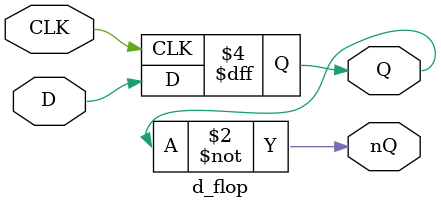
<source format=v>
module d_flop(
    input D, CLK,
    output reg Q,
    output nQ
);

    initial begin
        Q = 0;
    end
    
    always @(posedge CLK) begin
        Q <= D;
    end

    assign nQ = ~Q;

endmodule

</source>
